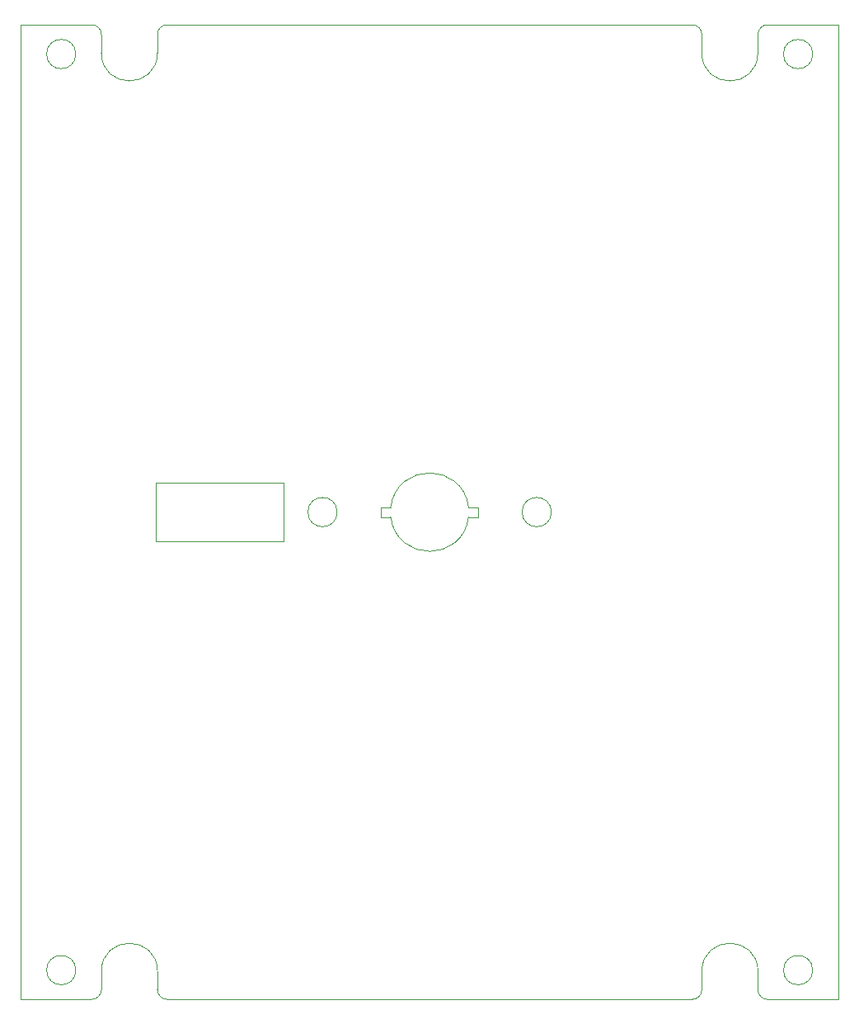
<source format=gm1>
%TF.GenerationSoftware,KiCad,Pcbnew,(5.1.9-0-10_14)*%
%TF.CreationDate,2022-02-18T16:17:27-06:00*%
%TF.ProjectId,OwlSat_Official_USB_actual,4f776c53-6174-45f4-9f66-66696369616c,4*%
%TF.SameCoordinates,Original*%
%TF.FileFunction,Profile,NP*%
%FSLAX46Y46*%
G04 Gerber Fmt 4.6, Leading zero omitted, Abs format (unit mm)*
G04 Created by KiCad (PCBNEW (5.1.9-0-10_14)) date 2022-02-18 16:17:27*
%MOMM*%
%LPD*%
G01*
G04 APERTURE LIST*
%TA.AperFunction,Profile*%
%ADD10C,0.050000*%
%TD*%
G04 APERTURE END LIST*
D10*
X120510000Y-91910000D02*
X120510000Y-97910000D01*
X133610000Y-91910000D02*
X120510000Y-91910000D01*
X133610000Y-97910000D02*
X133610000Y-91910000D01*
X120510000Y-97910000D02*
X133610000Y-97910000D01*
X152609999Y-95410001D02*
G75*
G02*
X144610001Y-95409999I-3999999J500001D01*
G01*
X143610000Y-95410000D02*
X144610000Y-95410000D01*
X143610000Y-94410000D02*
X143610000Y-95410000D01*
X144610001Y-94409999D02*
X143610000Y-94410000D01*
X144610002Y-94409999D02*
G75*
G02*
X152609999Y-94410001I3999998J-510001D01*
G01*
X153610000Y-95410000D02*
X152610000Y-95410000D01*
X153610000Y-94410000D02*
X152610000Y-94410000D01*
X153610000Y-94410000D02*
X153610000Y-95410000D01*
X139110000Y-94910000D02*
G75*
G03*
X139110000Y-94910000I-1500000J0D01*
G01*
X161110000Y-94910000D02*
G75*
G03*
X161110000Y-94910000I-1500000J0D01*
G01*
X121650000Y-44910000D02*
X175570000Y-44910000D01*
X106610000Y-44910000D02*
X113900000Y-44910000D01*
X183320000Y-44910000D02*
X190610000Y-44910000D01*
X176560000Y-47790000D02*
X176570000Y-45910000D01*
X175570000Y-44910000D02*
G75*
G02*
X176570000Y-45910000I0J-1000000D01*
G01*
X182320000Y-47790000D02*
G75*
G02*
X176560000Y-47790000I-2880000J0D01*
G01*
X182320000Y-45910000D02*
X182320000Y-47790000D01*
X182320000Y-45910000D02*
G75*
G02*
X183320000Y-44910000I1000000J0D01*
G01*
X114890000Y-47790000D02*
X114900000Y-45910000D01*
X113900000Y-44910000D02*
G75*
G02*
X114900000Y-45910000I0J-1000000D01*
G01*
X120650000Y-47790000D02*
G75*
G02*
X114890000Y-47790000I-2880000J0D01*
G01*
X120650000Y-45910000D02*
X120650000Y-47790000D01*
X120650000Y-45910000D02*
G75*
G02*
X121650000Y-44910000I1000000J0D01*
G01*
X113900000Y-144910000D02*
X106610000Y-144910000D01*
X175570000Y-144910000D02*
X121650000Y-144910000D01*
X190610000Y-144910000D02*
X183320000Y-144910000D01*
X182330000Y-142030000D02*
X182320000Y-143910000D01*
X183320000Y-144910000D02*
G75*
G02*
X182320000Y-143910000I0J1000000D01*
G01*
X176570000Y-142030000D02*
G75*
G02*
X182330000Y-142030000I2880000J0D01*
G01*
X176570000Y-143910000D02*
G75*
G02*
X175570000Y-144910000I-1000000J0D01*
G01*
X176570000Y-143910000D02*
X176570000Y-142030000D01*
X114900000Y-143910000D02*
X114900000Y-142030000D01*
X120660000Y-142030000D02*
X120650000Y-143910000D01*
X121650000Y-144910000D02*
G75*
G02*
X120650000Y-143910000I0J1000000D01*
G01*
X114900000Y-143910000D02*
G75*
G02*
X113900000Y-144910000I-1000000J0D01*
G01*
X114900000Y-142030000D02*
G75*
G02*
X120660000Y-142030000I2880000J0D01*
G01*
X187950000Y-141910000D02*
G75*
G03*
X187950000Y-141910000I-1500000J0D01*
G01*
X187950000Y-47910000D02*
G75*
G03*
X187950000Y-47910000I-1500000J0D01*
G01*
X112270000Y-47910000D02*
G75*
G03*
X112270000Y-47910000I-1500000J0D01*
G01*
X112270133Y-141910000D02*
G75*
G03*
X112270133Y-141910000I-1500133J0D01*
G01*
X106610000Y-144910000D02*
X106610000Y-44910000D01*
X190610000Y-44910000D02*
X190610000Y-144910000D01*
M02*

</source>
